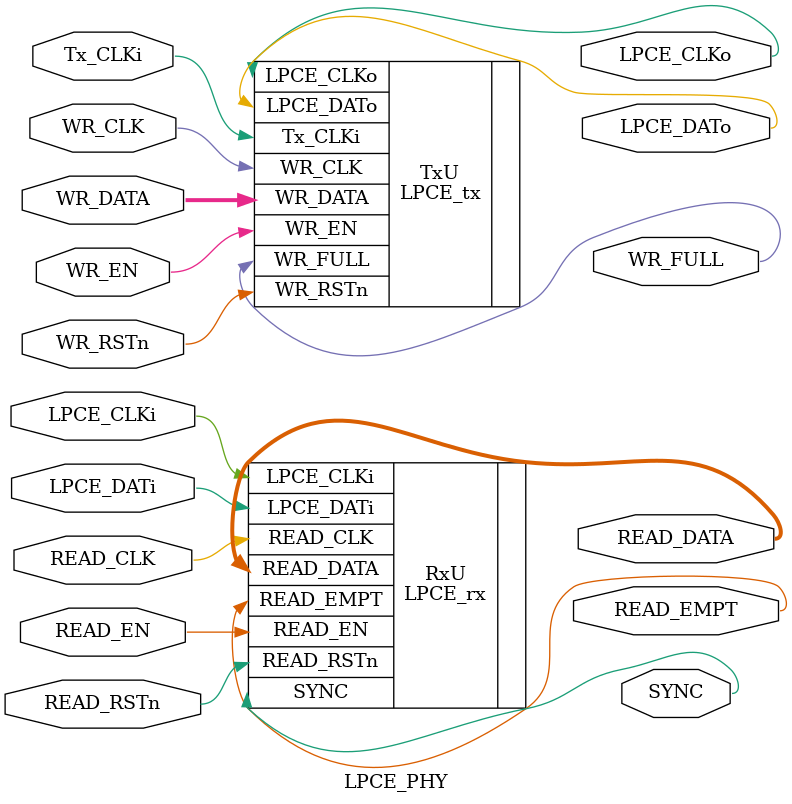
<source format=v>
/*****************************************************************
    Physical interface of Low Pin Connection Express(LPCE)
*****************************************************************/
module LPCE_PHY(
    //----LPCE Rx Interface-----
    input wire          LPCE_CLKi,
    input wire          LPCE_DATi,
    //----LPCE Tx Interface-----
    output wire         LPCE_CLKo,
    output wire         LPCE_DATo,
    //Reference clock
    input wire         Tx_CLKi,                 //Hi speed Tx refCLK

    output wire         SYNC,                   //Sync head detected, this pin can connect to LED
//READ interface
    input wire          READ_RSTn,              //Reset
    input wire          READ_CLK,               //Read clock
    input wire          READ_EN,                //Read enable
	output wire [127:0] READ_DATA,              //
    output wire         READ_EMPT,              //current FIFO is empty
//write interface
    input wire          WR_CLK,                 //write clock
    input wire          WR_RSTn,                //write reset
    input wire          WR_EN,                  //write enable
    output wire         WR_FULL,                //write FIFO full
    input wire [127:0]  WR_DATA                 //write data

);

//-----Tx module-----
    LPCE_tx                 TxU(
        .Tx_CLKi                (Tx_CLKi),
        .LPCE_DATo              (LPCE_DATo),           //Serial Data output
        .LPCE_CLKo              (LPCE_CLKo),           //Serial Data output
    //---------Tx interface--------------
        .WR_CLK                 (WR_CLK),
        .WR_RSTn                (WR_RSTn),
        .WR_EN                  (WR_EN),
        .WR_FULL                (WR_FULL),
        .WR_DATA                (WR_DATA)
    );
//-----Rx module------
    LPCE_rx                 RxU(
        .LPCE_DATi              (LPCE_DATi),
        .LPCE_CLKi              (LPCE_CLKi),
        .SYNC                   (SYNC),                 //Sync head detected, this pin can connect to LED
//READ interface
        .READ_RSTn              (READ_RSTn),
        .READ_CLK               (READ_CLK),
        .READ_EN                (READ_EN),
	    .READ_DATA              (READ_DATA),
        .READ_EMPT              (READ_EMPT)
    );

endmodule
</source>
